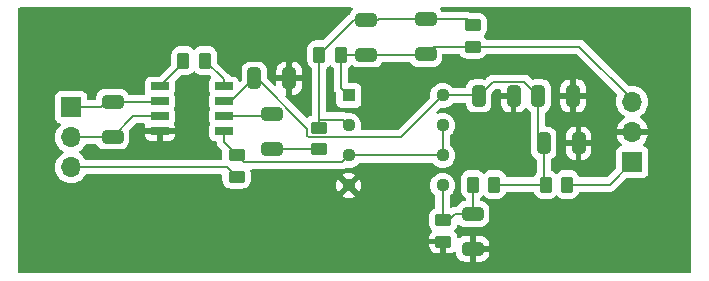
<source format=gbr>
%TF.GenerationSoftware,KiCad,Pcbnew,8.0.2*%
%TF.CreationDate,2024-07-10T18:46:51-04:00*%
%TF.ProjectId,EMGs,454d4773-2e6b-4696-9361-645f70636258,rev?*%
%TF.SameCoordinates,Original*%
%TF.FileFunction,Copper,L1,Top*%
%TF.FilePolarity,Positive*%
%FSLAX46Y46*%
G04 Gerber Fmt 4.6, Leading zero omitted, Abs format (unit mm)*
G04 Created by KiCad (PCBNEW 8.0.2) date 2024-07-10 18:46:51*
%MOMM*%
%LPD*%
G01*
G04 APERTURE LIST*
G04 Aperture macros list*
%AMRoundRect*
0 Rectangle with rounded corners*
0 $1 Rounding radius*
0 $2 $3 $4 $5 $6 $7 $8 $9 X,Y pos of 4 corners*
0 Add a 4 corners polygon primitive as box body*
4,1,4,$2,$3,$4,$5,$6,$7,$8,$9,$2,$3,0*
0 Add four circle primitives for the rounded corners*
1,1,$1+$1,$2,$3*
1,1,$1+$1,$4,$5*
1,1,$1+$1,$6,$7*
1,1,$1+$1,$8,$9*
0 Add four rect primitives between the rounded corners*
20,1,$1+$1,$2,$3,$4,$5,0*
20,1,$1+$1,$4,$5,$6,$7,0*
20,1,$1+$1,$6,$7,$8,$9,0*
20,1,$1+$1,$8,$9,$2,$3,0*%
G04 Aperture macros list end*
%TA.AperFunction,ComponentPad*%
%ADD10R,1.130000X1.130000*%
%TD*%
%TA.AperFunction,ComponentPad*%
%ADD11C,1.130000*%
%TD*%
%TA.AperFunction,SMDPad,CuDef*%
%ADD12RoundRect,0.250000X-0.325000X-0.650000X0.325000X-0.650000X0.325000X0.650000X-0.325000X0.650000X0*%
%TD*%
%TA.AperFunction,SMDPad,CuDef*%
%ADD13RoundRect,0.250000X-0.650000X0.325000X-0.650000X-0.325000X0.650000X-0.325000X0.650000X0.325000X0*%
%TD*%
%TA.AperFunction,SMDPad,CuDef*%
%ADD14RoundRect,0.250000X0.450000X-0.262500X0.450000X0.262500X-0.450000X0.262500X-0.450000X-0.262500X0*%
%TD*%
%TA.AperFunction,SMDPad,CuDef*%
%ADD15RoundRect,0.250000X0.650000X-0.325000X0.650000X0.325000X-0.650000X0.325000X-0.650000X-0.325000X0*%
%TD*%
%TA.AperFunction,SMDPad,CuDef*%
%ADD16RoundRect,0.250000X0.262500X0.450000X-0.262500X0.450000X-0.262500X-0.450000X0.262500X-0.450000X0*%
%TD*%
%TA.AperFunction,ComponentPad*%
%ADD17R,1.700000X1.700000*%
%TD*%
%TA.AperFunction,ComponentPad*%
%ADD18O,1.700000X1.700000*%
%TD*%
%TA.AperFunction,SMDPad,CuDef*%
%ADD19RoundRect,0.250000X-0.262500X-0.450000X0.262500X-0.450000X0.262500X0.450000X-0.262500X0.450000X0*%
%TD*%
%TA.AperFunction,SMDPad,CuDef*%
%ADD20R,1.528000X0.650000*%
%TD*%
%TA.AperFunction,ViaPad*%
%ADD21C,0.600000*%
%TD*%
%TA.AperFunction,Conductor*%
%ADD22C,0.200000*%
%TD*%
G04 APERTURE END LIST*
D10*
X151500000Y-91460000D03*
D11*
X151500000Y-94000000D03*
X151500000Y-96540000D03*
X151500000Y-99080000D03*
X159440000Y-99080000D03*
X159440000Y-96540000D03*
X159440000Y-94000000D03*
X159440000Y-91460000D03*
D12*
X167550000Y-91500000D03*
X170500000Y-91500000D03*
X162500000Y-91500000D03*
X165450000Y-91500000D03*
X168000000Y-95500000D03*
X170950000Y-95500000D03*
D13*
X153000000Y-85050000D03*
X153000000Y-88000000D03*
D14*
X159500000Y-103825000D03*
X159500000Y-102000000D03*
D15*
X158000000Y-87950000D03*
X158000000Y-85000000D03*
D14*
X162000000Y-87325000D03*
X162000000Y-85500000D03*
D16*
X139325000Y-88500000D03*
X137500000Y-88500000D03*
D17*
X175500000Y-97080000D03*
D18*
X175500000Y-94540000D03*
X175500000Y-92000000D03*
D14*
X149000000Y-96000000D03*
X149000000Y-94175000D03*
D13*
X145000000Y-93050000D03*
X145000000Y-96000000D03*
D19*
X162000000Y-99000000D03*
X163825000Y-99000000D03*
D12*
X143500000Y-90000000D03*
X146450000Y-90000000D03*
D14*
X142000000Y-98325000D03*
X142000000Y-96500000D03*
D13*
X131500000Y-92000000D03*
X131500000Y-94950000D03*
D19*
X168175000Y-99000000D03*
X170000000Y-99000000D03*
X149000000Y-88000000D03*
X150825000Y-88000000D03*
D13*
X162000000Y-101500000D03*
X162000000Y-104450000D03*
D20*
X135500000Y-90690000D03*
X135500000Y-91960000D03*
X135500000Y-93230000D03*
X135500000Y-94500000D03*
X140922000Y-94500000D03*
X140922000Y-93230000D03*
X140922000Y-91960000D03*
X140922000Y-90690000D03*
D17*
X128000000Y-92460000D03*
D18*
X128000000Y-95000000D03*
X128000000Y-97540000D03*
D21*
X137000000Y-100000000D03*
X135500000Y-95500000D03*
X171500000Y-91500000D03*
X179500000Y-85000000D03*
X165500000Y-93000000D03*
X124500000Y-104000000D03*
X158000000Y-104000000D03*
X146500000Y-88500000D03*
X172000000Y-95500000D03*
X150000000Y-99000000D03*
X124500000Y-85500000D03*
X163500000Y-104500000D03*
X155000000Y-93500000D03*
X166000000Y-86000000D03*
X174000000Y-88500000D03*
X174000000Y-94000000D03*
X179000000Y-105000000D03*
D22*
X130540000Y-92460000D02*
X128000000Y-92460000D01*
X131000000Y-92000000D02*
X130540000Y-92460000D01*
X131500000Y-92000000D02*
X131000000Y-92000000D01*
X131000000Y-95000000D02*
X128000000Y-95000000D01*
X131500000Y-94950000D02*
X131050000Y-94950000D01*
X131050000Y-94950000D02*
X131000000Y-95000000D01*
X141215000Y-97540000D02*
X142000000Y-98325000D01*
X128000000Y-97540000D02*
X141215000Y-97540000D01*
X135460000Y-92000000D02*
X135500000Y-91960000D01*
X131500000Y-92000000D02*
X135460000Y-92000000D01*
X131500000Y-94950000D02*
X133220000Y-93230000D01*
X133220000Y-93230000D02*
X135500000Y-93230000D01*
X170000000Y-99000000D02*
X173580000Y-99000000D01*
X173580000Y-99000000D02*
X175500000Y-97080000D01*
X140922000Y-93230000D02*
X144820000Y-93230000D01*
X144820000Y-93230000D02*
X145000000Y-93050000D01*
X158625000Y-87325000D02*
X158000000Y-87950000D01*
X153000000Y-88000000D02*
X157950000Y-88000000D01*
X157950000Y-88000000D02*
X158000000Y-87950000D01*
X150825000Y-88000000D02*
X153000000Y-88000000D01*
X150825000Y-88000000D02*
X150825000Y-90785000D01*
X150825000Y-90785000D02*
X151500000Y-91460000D01*
X162000000Y-87325000D02*
X171025000Y-87325000D01*
X162000000Y-87325000D02*
X158625000Y-87325000D01*
X171025000Y-87325000D02*
X175500000Y-91800000D01*
X143500000Y-90000000D02*
X143709744Y-90000000D01*
X163700000Y-90300000D02*
X166350000Y-90300000D01*
X141540000Y-91960000D02*
X143500000Y-90000000D01*
X162460000Y-91460000D02*
X162500000Y-91500000D01*
X148000000Y-94872244D02*
X148127756Y-95000000D01*
X162500000Y-91500000D02*
X163700000Y-90300000D01*
X168175000Y-99000000D02*
X163825000Y-99000000D01*
X166350000Y-90300000D02*
X167550000Y-91500000D01*
X167550000Y-91500000D02*
X167550000Y-95050000D01*
X143709744Y-90000000D02*
X148000000Y-94290256D01*
X140922000Y-91960000D02*
X141540000Y-91960000D01*
X168000000Y-98825000D02*
X168175000Y-99000000D01*
X167550000Y-95050000D02*
X168000000Y-95500000D01*
X148127756Y-95000000D02*
X155900000Y-95000000D01*
X168000000Y-95500000D02*
X168000000Y-98825000D01*
X155900000Y-95000000D02*
X159440000Y-91460000D01*
X148000000Y-94290256D02*
X148000000Y-94872244D01*
X159440000Y-91460000D02*
X162460000Y-91460000D01*
X159440000Y-94000000D02*
X159440000Y-96540000D01*
X142000000Y-96500000D02*
X142605000Y-97105000D01*
X150935000Y-97105000D02*
X151500000Y-96540000D01*
X140922000Y-95422000D02*
X142000000Y-96500000D01*
X140922000Y-94500000D02*
X140922000Y-95422000D01*
X142605000Y-97105000D02*
X150935000Y-97105000D01*
X151500000Y-96540000D02*
X159440000Y-96540000D01*
X145000000Y-96000000D02*
X149000000Y-96000000D01*
X153000000Y-85050000D02*
X153950000Y-85050000D01*
X153000000Y-85050000D02*
X151950000Y-85050000D01*
X154000000Y-85000000D02*
X158000000Y-85000000D01*
X151000000Y-93500000D02*
X151500000Y-94000000D01*
X153950000Y-85050000D02*
X154000000Y-85000000D01*
X161500000Y-85000000D02*
X162000000Y-85500000D01*
X158000000Y-85000000D02*
X161500000Y-85000000D01*
X149000000Y-94175000D02*
X149000000Y-93500000D01*
X149000000Y-88000000D02*
X149000000Y-93500000D01*
X151950000Y-85050000D02*
X149000000Y-88000000D01*
X149000000Y-93500000D02*
X151000000Y-93500000D01*
X159500000Y-102000000D02*
X160000000Y-102000000D01*
X160500000Y-101500000D02*
X162000000Y-101500000D01*
X160000000Y-102000000D02*
X160500000Y-101500000D01*
X159440000Y-101940000D02*
X159500000Y-102000000D01*
X159440000Y-99080000D02*
X159440000Y-101940000D01*
X162000000Y-101500000D02*
X162000000Y-99000000D01*
X140922000Y-90097000D02*
X140922000Y-90690000D01*
X139325000Y-88500000D02*
X140922000Y-90097000D01*
X135500000Y-90690000D02*
X137400000Y-88790000D01*
X137400000Y-88790000D02*
X137400000Y-88500000D01*
%TA.AperFunction,Conductor*%
G36*
X151780809Y-84020185D02*
G01*
X151826564Y-84072989D01*
X151836508Y-84142147D01*
X151807483Y-84205703D01*
X151801451Y-84212181D01*
X151757289Y-84256342D01*
X151665184Y-84405668D01*
X151632750Y-84503546D01*
X151592977Y-84560990D01*
X151586997Y-84565095D01*
X151581286Y-84569477D01*
X151525383Y-84625380D01*
X151469480Y-84681284D01*
X151469478Y-84681286D01*
X149387582Y-86763181D01*
X149326259Y-86796666D01*
X149299901Y-86799500D01*
X148687498Y-86799500D01*
X148687480Y-86799501D01*
X148584703Y-86810000D01*
X148584700Y-86810001D01*
X148418168Y-86865185D01*
X148418163Y-86865187D01*
X148268842Y-86957289D01*
X148144789Y-87081342D01*
X148052687Y-87230663D01*
X148052686Y-87230666D01*
X147997501Y-87397203D01*
X147997501Y-87397204D01*
X147997500Y-87397204D01*
X147987000Y-87499983D01*
X147987000Y-88500001D01*
X147987001Y-88500019D01*
X147997500Y-88602796D01*
X147997501Y-88602799D01*
X148018175Y-88665187D01*
X148052686Y-88769334D01*
X148144788Y-88918656D01*
X148268844Y-89042712D01*
X148340596Y-89086968D01*
X148387321Y-89138915D01*
X148399500Y-89192507D01*
X148399500Y-93082199D01*
X148379815Y-93149238D01*
X148327011Y-93194993D01*
X148314507Y-93199903D01*
X148307128Y-93202349D01*
X148230668Y-93227685D01*
X148230663Y-93227687D01*
X148081339Y-93319791D01*
X148067731Y-93333399D01*
X148006406Y-93366881D01*
X147936714Y-93361892D01*
X147892373Y-93333394D01*
X146167170Y-91608191D01*
X146133685Y-91546868D01*
X146138669Y-91477176D01*
X146167170Y-91432829D01*
X146200000Y-91399999D01*
X146700000Y-91399999D01*
X146824972Y-91399999D01*
X146824986Y-91399998D01*
X146927697Y-91389505D01*
X147094119Y-91334358D01*
X147094124Y-91334356D01*
X147243345Y-91242315D01*
X147367315Y-91118345D01*
X147459356Y-90969124D01*
X147459358Y-90969119D01*
X147514505Y-90802697D01*
X147514506Y-90802690D01*
X147524999Y-90699986D01*
X147525000Y-90699973D01*
X147525000Y-90250000D01*
X146700000Y-90250000D01*
X146700000Y-91399999D01*
X146200000Y-91399999D01*
X146200000Y-90250000D01*
X145375001Y-90250000D01*
X145375001Y-90516660D01*
X145355316Y-90583699D01*
X145302512Y-90629454D01*
X145233354Y-90639398D01*
X145169798Y-90610373D01*
X145163320Y-90604341D01*
X144611818Y-90052839D01*
X144578333Y-89991516D01*
X144575499Y-89965158D01*
X144575499Y-89300013D01*
X145375000Y-89300013D01*
X145375000Y-89750000D01*
X146200000Y-89750000D01*
X146700000Y-89750000D01*
X147524999Y-89750000D01*
X147524999Y-89300028D01*
X147524998Y-89300013D01*
X147514505Y-89197302D01*
X147459358Y-89030880D01*
X147459356Y-89030875D01*
X147367315Y-88881654D01*
X147243345Y-88757684D01*
X147094124Y-88665643D01*
X147094119Y-88665641D01*
X146927697Y-88610494D01*
X146927690Y-88610493D01*
X146824986Y-88600000D01*
X146700000Y-88600000D01*
X146700000Y-89750000D01*
X146200000Y-89750000D01*
X146200000Y-88600000D01*
X146075027Y-88600000D01*
X146075012Y-88600001D01*
X145972302Y-88610494D01*
X145805880Y-88665641D01*
X145805875Y-88665643D01*
X145656654Y-88757684D01*
X145532684Y-88881654D01*
X145440643Y-89030875D01*
X145440641Y-89030880D01*
X145385494Y-89197302D01*
X145385493Y-89197309D01*
X145375000Y-89300013D01*
X144575499Y-89300013D01*
X144575499Y-89299998D01*
X144575498Y-89299981D01*
X144564999Y-89197203D01*
X144564998Y-89197200D01*
X144528470Y-89086967D01*
X144509814Y-89030666D01*
X144417712Y-88881344D01*
X144293656Y-88757288D01*
X144144334Y-88665186D01*
X143977797Y-88610001D01*
X143977795Y-88610000D01*
X143875010Y-88599500D01*
X143124998Y-88599500D01*
X143124980Y-88599501D01*
X143022203Y-88610000D01*
X143022200Y-88610001D01*
X142855668Y-88665185D01*
X142855663Y-88665187D01*
X142706342Y-88757289D01*
X142582289Y-88881342D01*
X142490187Y-89030663D01*
X142490185Y-89030668D01*
X142486194Y-89042712D01*
X142435001Y-89197203D01*
X142435001Y-89197204D01*
X142435000Y-89197204D01*
X142424500Y-89299983D01*
X142424500Y-90174901D01*
X142404815Y-90241940D01*
X142388181Y-90262582D01*
X142374431Y-90276332D01*
X142313108Y-90309817D01*
X142243416Y-90304833D01*
X142187483Y-90262961D01*
X142170568Y-90231984D01*
X142129797Y-90122671D01*
X142129793Y-90122664D01*
X142043547Y-90007455D01*
X142043544Y-90007452D01*
X141928335Y-89921206D01*
X141928328Y-89921202D01*
X141793482Y-89870908D01*
X141793483Y-89870908D01*
X141733883Y-89864501D01*
X141733881Y-89864500D01*
X141733873Y-89864500D01*
X141733865Y-89864500D01*
X141552755Y-89864500D01*
X141485716Y-89844815D01*
X141445367Y-89802499D01*
X141402521Y-89728285D01*
X141286385Y-89612149D01*
X141286374Y-89612139D01*
X140374318Y-88700083D01*
X140340833Y-88638760D01*
X140337999Y-88612402D01*
X140337999Y-87999998D01*
X140337998Y-87999981D01*
X140327499Y-87897203D01*
X140327498Y-87897200D01*
X140272314Y-87730666D01*
X140180212Y-87581344D01*
X140056156Y-87457288D01*
X139906834Y-87365186D01*
X139740297Y-87310001D01*
X139740295Y-87310000D01*
X139637510Y-87299500D01*
X139012498Y-87299500D01*
X139012480Y-87299501D01*
X138909703Y-87310000D01*
X138909700Y-87310001D01*
X138743168Y-87365185D01*
X138743163Y-87365187D01*
X138593842Y-87457289D01*
X138500181Y-87550951D01*
X138438858Y-87584436D01*
X138369166Y-87579452D01*
X138324819Y-87550951D01*
X138231157Y-87457289D01*
X138231156Y-87457288D01*
X138081834Y-87365186D01*
X137915297Y-87310001D01*
X137915295Y-87310000D01*
X137812510Y-87299500D01*
X137187498Y-87299500D01*
X137187480Y-87299501D01*
X137084703Y-87310000D01*
X137084700Y-87310001D01*
X136918168Y-87365185D01*
X136918163Y-87365187D01*
X136768842Y-87457289D01*
X136644789Y-87581342D01*
X136552687Y-87730663D01*
X136552686Y-87730666D01*
X136497501Y-87897203D01*
X136497501Y-87897204D01*
X136497500Y-87897204D01*
X136487000Y-87999983D01*
X136487000Y-88802401D01*
X136467315Y-88869440D01*
X136450681Y-88890082D01*
X135512582Y-89828181D01*
X135451259Y-89861666D01*
X135424901Y-89864500D01*
X134688129Y-89864500D01*
X134688123Y-89864501D01*
X134628516Y-89870908D01*
X134493671Y-89921202D01*
X134493664Y-89921206D01*
X134378455Y-90007452D01*
X134378452Y-90007455D01*
X134292206Y-90122664D01*
X134292202Y-90122671D01*
X134241994Y-90257288D01*
X134241909Y-90257517D01*
X134235500Y-90317127D01*
X134235500Y-90317134D01*
X134235500Y-90317135D01*
X134235500Y-91062870D01*
X134235501Y-91062876D01*
X134241908Y-91122483D01*
X134282818Y-91232167D01*
X134287802Y-91301859D01*
X134254317Y-91363182D01*
X134192993Y-91396666D01*
X134166636Y-91399500D01*
X132931058Y-91399500D01*
X132864019Y-91379815D01*
X132825519Y-91340597D01*
X132810534Y-91316302D01*
X132742712Y-91206344D01*
X132618656Y-91082288D01*
X132469334Y-90990186D01*
X132302797Y-90935001D01*
X132302795Y-90935000D01*
X132200010Y-90924500D01*
X130799998Y-90924500D01*
X130799981Y-90924501D01*
X130697203Y-90935000D01*
X130697200Y-90935001D01*
X130530668Y-90990185D01*
X130530663Y-90990187D01*
X130381342Y-91082289D01*
X130257289Y-91206342D01*
X130165187Y-91355663D01*
X130165185Y-91355668D01*
X130157184Y-91379815D01*
X130110001Y-91522203D01*
X130110001Y-91522204D01*
X130110000Y-91522204D01*
X130099500Y-91624983D01*
X130099500Y-91735500D01*
X130079815Y-91802539D01*
X130027011Y-91848294D01*
X129975500Y-91859500D01*
X129474499Y-91859500D01*
X129407460Y-91839815D01*
X129361705Y-91787011D01*
X129350499Y-91735500D01*
X129350499Y-91562129D01*
X129350498Y-91562123D01*
X129350497Y-91562116D01*
X129344091Y-91502517D01*
X129334639Y-91477176D01*
X129293797Y-91367671D01*
X129293793Y-91367664D01*
X129207547Y-91252455D01*
X129207544Y-91252452D01*
X129092335Y-91166206D01*
X129092328Y-91166202D01*
X128957482Y-91115908D01*
X128957483Y-91115908D01*
X128897883Y-91109501D01*
X128897881Y-91109500D01*
X128897873Y-91109500D01*
X128897864Y-91109500D01*
X127102129Y-91109500D01*
X127102123Y-91109501D01*
X127042516Y-91115908D01*
X126907671Y-91166202D01*
X126907664Y-91166206D01*
X126792455Y-91252452D01*
X126792452Y-91252455D01*
X126706206Y-91367664D01*
X126706202Y-91367671D01*
X126655908Y-91502517D01*
X126649501Y-91562116D01*
X126649501Y-91562123D01*
X126649500Y-91562135D01*
X126649500Y-93357870D01*
X126649501Y-93357876D01*
X126655908Y-93417483D01*
X126706202Y-93552328D01*
X126706206Y-93552335D01*
X126792452Y-93667544D01*
X126792455Y-93667547D01*
X126907664Y-93753793D01*
X126907671Y-93753797D01*
X127039081Y-93802810D01*
X127095015Y-93844681D01*
X127119432Y-93910145D01*
X127104580Y-93978418D01*
X127083430Y-94006673D01*
X126961503Y-94128600D01*
X126825965Y-94322169D01*
X126825964Y-94322171D01*
X126726098Y-94536335D01*
X126726094Y-94536344D01*
X126664938Y-94764586D01*
X126664936Y-94764596D01*
X126644341Y-94999999D01*
X126644341Y-95000000D01*
X126664936Y-95235403D01*
X126664938Y-95235413D01*
X126726094Y-95463655D01*
X126726096Y-95463659D01*
X126726097Y-95463663D01*
X126816467Y-95657461D01*
X126825965Y-95677830D01*
X126825967Y-95677834D01*
X126961501Y-95871395D01*
X126961506Y-95871402D01*
X127128597Y-96038493D01*
X127128603Y-96038498D01*
X127314158Y-96168425D01*
X127357783Y-96223002D01*
X127364977Y-96292500D01*
X127333454Y-96354855D01*
X127314158Y-96371575D01*
X127128597Y-96501505D01*
X126961505Y-96668597D01*
X126825965Y-96862169D01*
X126825964Y-96862171D01*
X126726098Y-97076335D01*
X126726094Y-97076344D01*
X126664938Y-97304586D01*
X126664936Y-97304596D01*
X126644341Y-97539999D01*
X126644341Y-97540000D01*
X126664936Y-97775403D01*
X126664938Y-97775413D01*
X126726094Y-98003655D01*
X126726096Y-98003659D01*
X126726097Y-98003663D01*
X126823293Y-98212099D01*
X126825965Y-98217830D01*
X126825967Y-98217834D01*
X126874781Y-98287547D01*
X126961505Y-98411401D01*
X127128599Y-98578495D01*
X127212868Y-98637501D01*
X127322165Y-98714032D01*
X127322167Y-98714033D01*
X127322170Y-98714035D01*
X127536337Y-98813903D01*
X127764592Y-98875063D01*
X127952918Y-98891539D01*
X127999999Y-98895659D01*
X128000000Y-98895659D01*
X128000001Y-98895659D01*
X128039234Y-98892226D01*
X128235408Y-98875063D01*
X128463663Y-98813903D01*
X128677830Y-98714035D01*
X128871401Y-98578495D01*
X129038495Y-98411401D01*
X129174035Y-98217830D01*
X129176707Y-98212097D01*
X129222878Y-98159658D01*
X129289091Y-98140500D01*
X140675500Y-98140500D01*
X140742539Y-98160185D01*
X140788294Y-98212989D01*
X140799500Y-98264500D01*
X140799500Y-98637501D01*
X140799501Y-98637519D01*
X140810000Y-98740296D01*
X140810001Y-98740299D01*
X140853386Y-98871225D01*
X140865186Y-98906834D01*
X140957288Y-99056156D01*
X141081344Y-99180212D01*
X141230666Y-99272314D01*
X141397203Y-99327499D01*
X141499991Y-99338000D01*
X142500008Y-99337999D01*
X142500016Y-99337998D01*
X142500019Y-99337998D01*
X142556302Y-99332248D01*
X142602797Y-99327499D01*
X142769334Y-99272314D01*
X142918656Y-99180212D01*
X143018868Y-99080000D01*
X150429847Y-99080000D01*
X150450409Y-99288774D01*
X150511309Y-99489534D01*
X150589892Y-99636552D01*
X150589893Y-99636552D01*
X151135000Y-99091446D01*
X151135000Y-99128053D01*
X151159874Y-99220885D01*
X151207927Y-99304116D01*
X151275884Y-99372073D01*
X151359115Y-99420126D01*
X151451947Y-99445000D01*
X151488553Y-99445000D01*
X150943445Y-99990106D01*
X151090465Y-100068690D01*
X151291227Y-100129590D01*
X151291223Y-100129590D01*
X151500000Y-100150152D01*
X151708774Y-100129590D01*
X151909532Y-100068690D01*
X152056553Y-99990105D01*
X151511448Y-99445000D01*
X151548053Y-99445000D01*
X151640885Y-99420126D01*
X151724116Y-99372073D01*
X151792073Y-99304116D01*
X151840126Y-99220885D01*
X151865000Y-99128053D01*
X151865000Y-99091447D01*
X152410105Y-99636552D01*
X152488690Y-99489532D01*
X152549590Y-99288774D01*
X152570152Y-99080000D01*
X152549590Y-98871225D01*
X152488690Y-98670465D01*
X152410106Y-98523445D01*
X151865000Y-99068551D01*
X151865000Y-99031947D01*
X151840126Y-98939115D01*
X151792073Y-98855884D01*
X151724116Y-98787927D01*
X151640885Y-98739874D01*
X151548053Y-98715000D01*
X151511448Y-98715000D01*
X152056552Y-98169893D01*
X152056552Y-98169892D01*
X151909534Y-98091309D01*
X151708772Y-98030409D01*
X151708776Y-98030409D01*
X151500000Y-98009847D01*
X151291225Y-98030409D01*
X151090471Y-98091307D01*
X150943446Y-98169893D01*
X151488553Y-98715000D01*
X151451947Y-98715000D01*
X151359115Y-98739874D01*
X151275884Y-98787927D01*
X151207927Y-98855884D01*
X151159874Y-98939115D01*
X151135000Y-99031947D01*
X151135000Y-99068552D01*
X150589893Y-98523446D01*
X150511307Y-98670471D01*
X150450409Y-98871225D01*
X150429847Y-99080000D01*
X143018868Y-99080000D01*
X143042712Y-99056156D01*
X143134814Y-98906834D01*
X143189999Y-98740297D01*
X143200500Y-98637509D01*
X143200499Y-98012492D01*
X143189999Y-97909703D01*
X143176346Y-97868503D01*
X143173945Y-97798676D01*
X143209676Y-97738634D01*
X143272197Y-97707441D01*
X143294053Y-97705500D01*
X150848331Y-97705500D01*
X150848347Y-97705501D01*
X150855943Y-97705501D01*
X151014054Y-97705501D01*
X151014057Y-97705501D01*
X151166785Y-97664577D01*
X151216900Y-97635640D01*
X151216904Y-97635640D01*
X151216904Y-97635639D01*
X151260626Y-97610396D01*
X151328525Y-97593925D01*
X151334774Y-97594381D01*
X151500000Y-97610655D01*
X151708874Y-97590083D01*
X151909722Y-97529156D01*
X152094824Y-97430217D01*
X152257067Y-97297067D01*
X152348353Y-97185834D01*
X152406098Y-97146501D01*
X152444206Y-97140500D01*
X158495794Y-97140500D01*
X158562833Y-97160185D01*
X158591647Y-97185835D01*
X158682932Y-97297067D01*
X158845174Y-97430216D01*
X158845181Y-97430220D01*
X159030276Y-97529155D01*
X159030278Y-97529156D01*
X159231126Y-97590083D01*
X159440000Y-97610655D01*
X159648874Y-97590083D01*
X159849722Y-97529156D01*
X160034824Y-97430217D01*
X160197067Y-97297067D01*
X160330217Y-97134824D01*
X160429156Y-96949722D01*
X160490083Y-96748874D01*
X160510655Y-96540000D01*
X160490083Y-96331126D01*
X160429156Y-96130278D01*
X160352930Y-95987669D01*
X160330220Y-95945181D01*
X160330216Y-95945174D01*
X160197067Y-95782932D01*
X160085835Y-95691646D01*
X160046501Y-95633900D01*
X160040500Y-95595793D01*
X160040500Y-94944205D01*
X160060185Y-94877166D01*
X160085833Y-94848353D01*
X160197067Y-94757067D01*
X160330217Y-94594824D01*
X160429156Y-94409722D01*
X160490083Y-94208874D01*
X160510655Y-94000000D01*
X160490083Y-93791126D01*
X160429156Y-93590278D01*
X160338716Y-93421076D01*
X160330220Y-93405181D01*
X160330216Y-93405174D01*
X160197067Y-93242932D01*
X160034825Y-93109783D01*
X160034818Y-93109779D01*
X159849723Y-93010844D01*
X159648876Y-92949917D01*
X159440000Y-92929345D01*
X159231127Y-92949916D01*
X159085010Y-92994241D01*
X159015143Y-92994864D01*
X158956031Y-92957616D01*
X158926440Y-92894322D01*
X158935765Y-92825077D01*
X158961331Y-92787902D01*
X159196963Y-92552270D01*
X159258284Y-92518787D01*
X159296793Y-92516550D01*
X159440000Y-92530655D01*
X159648874Y-92510083D01*
X159849722Y-92449156D01*
X160034824Y-92350217D01*
X160197067Y-92217067D01*
X160288353Y-92105834D01*
X160346098Y-92066501D01*
X160384206Y-92060500D01*
X161300501Y-92060500D01*
X161367540Y-92080185D01*
X161413295Y-92132989D01*
X161424501Y-92184500D01*
X161424501Y-92200018D01*
X161435000Y-92302796D01*
X161435001Y-92302799D01*
X161490185Y-92469331D01*
X161490187Y-92469336D01*
X161519309Y-92516550D01*
X161582288Y-92618656D01*
X161706344Y-92742712D01*
X161855666Y-92834814D01*
X162022203Y-92889999D01*
X162124991Y-92900500D01*
X162875008Y-92900499D01*
X162875016Y-92900498D01*
X162875019Y-92900498D01*
X162935477Y-92894322D01*
X162977797Y-92889999D01*
X163144334Y-92834814D01*
X163293656Y-92742712D01*
X163417712Y-92618656D01*
X163509814Y-92469334D01*
X163564999Y-92302797D01*
X163575500Y-92200009D01*
X163575500Y-92199986D01*
X164375001Y-92199986D01*
X164385494Y-92302697D01*
X164440641Y-92469119D01*
X164440643Y-92469124D01*
X164532684Y-92618345D01*
X164656654Y-92742315D01*
X164805875Y-92834356D01*
X164805880Y-92834358D01*
X164972302Y-92889505D01*
X164972309Y-92889506D01*
X165075019Y-92899999D01*
X165199999Y-92899999D01*
X165200000Y-92899998D01*
X165200000Y-91750000D01*
X164375001Y-91750000D01*
X164375001Y-92199986D01*
X163575500Y-92199986D01*
X163575499Y-91325096D01*
X163595183Y-91258058D01*
X163611818Y-91237416D01*
X163912416Y-90936819D01*
X163973739Y-90903334D01*
X164000097Y-90900500D01*
X164251000Y-90900500D01*
X164318039Y-90920185D01*
X164363794Y-90972989D01*
X164375000Y-91024500D01*
X164375000Y-91250000D01*
X165576000Y-91250000D01*
X165643039Y-91269685D01*
X165688794Y-91322489D01*
X165700000Y-91374000D01*
X165700000Y-92899999D01*
X165824972Y-92899999D01*
X165824986Y-92899998D01*
X165927697Y-92889505D01*
X166094119Y-92834358D01*
X166094124Y-92834356D01*
X166243345Y-92742315D01*
X166367316Y-92618344D01*
X166367320Y-92618339D01*
X166394167Y-92574813D01*
X166446114Y-92528087D01*
X166515076Y-92516864D01*
X166579159Y-92544707D01*
X166605245Y-92574812D01*
X166632095Y-92618344D01*
X166632288Y-92618656D01*
X166756344Y-92742712D01*
X166890597Y-92825519D01*
X166937321Y-92877465D01*
X166949500Y-92931057D01*
X166949500Y-94633437D01*
X166943206Y-94672441D01*
X166935001Y-94697201D01*
X166924500Y-94799983D01*
X166924500Y-96200001D01*
X166924501Y-96200018D01*
X166935000Y-96302796D01*
X166935001Y-96302799D01*
X166972280Y-96415297D01*
X166990186Y-96469334D01*
X167082288Y-96618656D01*
X167206344Y-96742712D01*
X167340597Y-96825519D01*
X167387321Y-96877465D01*
X167399500Y-96931057D01*
X167399500Y-97950270D01*
X167379815Y-98017309D01*
X167363181Y-98037951D01*
X167319789Y-98081342D01*
X167227687Y-98230663D01*
X167227685Y-98230668D01*
X167210688Y-98281962D01*
X167208838Y-98287547D01*
X167199905Y-98314504D01*
X167160132Y-98371949D01*
X167095616Y-98398772D01*
X167082199Y-98399500D01*
X164917801Y-98399500D01*
X164850762Y-98379815D01*
X164805007Y-98327011D01*
X164800095Y-98314504D01*
X164772314Y-98230666D01*
X164680212Y-98081344D01*
X164556156Y-97957288D01*
X164406834Y-97865186D01*
X164240297Y-97810001D01*
X164240295Y-97810000D01*
X164137510Y-97799500D01*
X163512498Y-97799500D01*
X163512480Y-97799501D01*
X163409703Y-97810000D01*
X163409700Y-97810001D01*
X163243168Y-97865185D01*
X163243163Y-97865187D01*
X163093842Y-97957289D01*
X163000181Y-98050951D01*
X162938858Y-98084436D01*
X162869166Y-98079452D01*
X162824819Y-98050951D01*
X162731157Y-97957289D01*
X162731156Y-97957288D01*
X162581834Y-97865186D01*
X162415297Y-97810001D01*
X162415295Y-97810000D01*
X162312510Y-97799500D01*
X161687498Y-97799500D01*
X161687480Y-97799501D01*
X161584703Y-97810000D01*
X161584700Y-97810001D01*
X161418168Y-97865185D01*
X161418163Y-97865187D01*
X161268842Y-97957289D01*
X161144789Y-98081342D01*
X161052687Y-98230663D01*
X161052685Y-98230668D01*
X161033838Y-98287544D01*
X160997501Y-98397203D01*
X160997501Y-98397204D01*
X160997500Y-98397204D01*
X160987000Y-98499983D01*
X160987000Y-99500001D01*
X160987001Y-99500019D01*
X160997500Y-99602796D01*
X160997501Y-99602799D01*
X161052685Y-99769331D01*
X161052686Y-99769334D01*
X161144788Y-99918656D01*
X161268844Y-100042712D01*
X161340596Y-100086968D01*
X161387321Y-100138915D01*
X161399500Y-100192507D01*
X161399500Y-100302357D01*
X161379815Y-100369396D01*
X161327011Y-100415151D01*
X161288102Y-100425715D01*
X161197202Y-100435001D01*
X161197200Y-100435001D01*
X161030668Y-100490185D01*
X161030663Y-100490187D01*
X160881342Y-100582289D01*
X160757287Y-100706344D01*
X160674482Y-100840595D01*
X160622534Y-100887320D01*
X160568943Y-100899499D01*
X160420943Y-100899499D01*
X160319125Y-100926781D01*
X160268215Y-100940423D01*
X160226499Y-100964508D01*
X160158598Y-100980979D01*
X160092572Y-100958127D01*
X160049382Y-100903205D01*
X160040500Y-100857120D01*
X160040500Y-100024205D01*
X160060185Y-99957166D01*
X160085833Y-99928353D01*
X160197067Y-99837067D01*
X160330217Y-99674824D01*
X160429156Y-99489722D01*
X160490083Y-99288874D01*
X160510655Y-99080000D01*
X160490083Y-98871126D01*
X160429156Y-98670278D01*
X160338136Y-98499991D01*
X160330220Y-98485181D01*
X160330216Y-98485174D01*
X160197067Y-98322932D01*
X160034825Y-98189783D01*
X160034818Y-98189779D01*
X159849723Y-98090844D01*
X159648876Y-98029917D01*
X159440000Y-98009345D01*
X159231123Y-98029917D01*
X159030276Y-98090844D01*
X158845181Y-98189779D01*
X158845174Y-98189783D01*
X158682932Y-98322932D01*
X158549783Y-98485174D01*
X158549779Y-98485181D01*
X158450844Y-98670276D01*
X158389917Y-98871123D01*
X158369345Y-99080000D01*
X158389917Y-99288876D01*
X158450844Y-99489723D01*
X158549779Y-99674818D01*
X158549783Y-99674825D01*
X158682932Y-99837066D01*
X158682933Y-99837067D01*
X158794165Y-99928352D01*
X158833499Y-99986097D01*
X158839500Y-100024205D01*
X158839500Y-100927080D01*
X158819815Y-100994119D01*
X158767011Y-101039874D01*
X158754507Y-101044785D01*
X158730667Y-101052685D01*
X158581342Y-101144789D01*
X158457289Y-101268842D01*
X158365187Y-101418163D01*
X158365186Y-101418166D01*
X158310001Y-101584703D01*
X158310001Y-101584704D01*
X158310000Y-101584704D01*
X158299500Y-101687483D01*
X158299500Y-102312501D01*
X158299501Y-102312519D01*
X158310000Y-102415296D01*
X158310001Y-102415299D01*
X158365185Y-102581831D01*
X158365187Y-102581836D01*
X158457289Y-102731157D01*
X158551304Y-102825172D01*
X158584789Y-102886495D01*
X158579805Y-102956187D01*
X158551305Y-103000534D01*
X158457682Y-103094157D01*
X158365643Y-103243375D01*
X158365641Y-103243380D01*
X158310494Y-103409802D01*
X158310493Y-103409809D01*
X158300000Y-103512513D01*
X158300000Y-103575000D01*
X159626000Y-103575000D01*
X159693039Y-103594685D01*
X159738794Y-103647489D01*
X159750000Y-103699000D01*
X159750000Y-104837499D01*
X159999972Y-104837499D01*
X159999986Y-104837498D01*
X160102697Y-104827005D01*
X160269119Y-104771858D01*
X160269130Y-104771853D01*
X160410903Y-104684406D01*
X160478295Y-104665965D01*
X160544959Y-104686887D01*
X160589728Y-104740529D01*
X160600000Y-104789941D01*
X160600000Y-104824969D01*
X160600001Y-104824987D01*
X160610494Y-104927697D01*
X160665641Y-105094119D01*
X160665643Y-105094124D01*
X160757684Y-105243345D01*
X160881654Y-105367315D01*
X161030875Y-105459356D01*
X161030880Y-105459358D01*
X161197302Y-105514505D01*
X161197309Y-105514506D01*
X161300019Y-105524999D01*
X161749999Y-105524999D01*
X162250000Y-105524999D01*
X162699972Y-105524999D01*
X162699986Y-105524998D01*
X162802697Y-105514505D01*
X162969119Y-105459358D01*
X162969124Y-105459356D01*
X163118345Y-105367315D01*
X163242315Y-105243345D01*
X163334356Y-105094124D01*
X163334358Y-105094119D01*
X163389505Y-104927697D01*
X163389506Y-104927690D01*
X163399999Y-104824986D01*
X163400000Y-104824973D01*
X163400000Y-104700000D01*
X162250000Y-104700000D01*
X162250000Y-105524999D01*
X161749999Y-105524999D01*
X161750000Y-105524998D01*
X161750000Y-104200000D01*
X162250000Y-104200000D01*
X163399999Y-104200000D01*
X163399999Y-104075028D01*
X163399998Y-104075013D01*
X163389505Y-103972302D01*
X163334358Y-103805880D01*
X163334356Y-103805875D01*
X163242315Y-103656654D01*
X163118345Y-103532684D01*
X162969124Y-103440643D01*
X162969119Y-103440641D01*
X162802697Y-103385494D01*
X162802690Y-103385493D01*
X162699986Y-103375000D01*
X162250000Y-103375000D01*
X162250000Y-104200000D01*
X161750000Y-104200000D01*
X161750000Y-103375000D01*
X161300028Y-103375000D01*
X161300012Y-103375001D01*
X161197302Y-103385494D01*
X161030880Y-103440641D01*
X161030871Y-103440645D01*
X160881056Y-103533052D01*
X160813664Y-103551492D01*
X160747000Y-103530569D01*
X160702231Y-103476927D01*
X160692602Y-103440113D01*
X160689506Y-103409803D01*
X160634358Y-103243380D01*
X160634356Y-103243375D01*
X160542315Y-103094154D01*
X160448695Y-103000534D01*
X160415210Y-102939211D01*
X160420194Y-102869519D01*
X160448691Y-102825176D01*
X160542712Y-102731156D01*
X160634814Y-102581834D01*
X160673788Y-102464216D01*
X160713559Y-102406774D01*
X160778075Y-102379951D01*
X160846851Y-102392266D01*
X160879174Y-102415542D01*
X160881344Y-102417712D01*
X161030666Y-102509814D01*
X161197203Y-102564999D01*
X161299991Y-102575500D01*
X162700008Y-102575499D01*
X162802797Y-102564999D01*
X162969334Y-102509814D01*
X163118656Y-102417712D01*
X163242712Y-102293656D01*
X163334814Y-102144334D01*
X163389999Y-101977797D01*
X163400500Y-101875009D01*
X163400499Y-101124992D01*
X163389999Y-101022203D01*
X163334814Y-100855666D01*
X163242712Y-100706344D01*
X163118656Y-100582288D01*
X162969334Y-100490186D01*
X162802797Y-100435001D01*
X162802794Y-100435000D01*
X162711897Y-100425714D01*
X162647205Y-100399317D01*
X162607054Y-100342136D01*
X162600500Y-100302356D01*
X162600500Y-100192507D01*
X162620185Y-100125468D01*
X162659403Y-100086968D01*
X162731156Y-100042712D01*
X162824819Y-99949049D01*
X162886142Y-99915564D01*
X162955834Y-99920548D01*
X163000181Y-99949049D01*
X163093844Y-100042712D01*
X163243166Y-100134814D01*
X163409703Y-100189999D01*
X163512491Y-100200500D01*
X164137508Y-100200499D01*
X164137516Y-100200498D01*
X164137519Y-100200498D01*
X164215745Y-100192507D01*
X164240297Y-100189999D01*
X164406834Y-100134814D01*
X164556156Y-100042712D01*
X164680212Y-99918656D01*
X164772314Y-99769334D01*
X164800095Y-99685495D01*
X164839868Y-99628051D01*
X164904384Y-99601228D01*
X164917801Y-99600500D01*
X167082199Y-99600500D01*
X167149238Y-99620185D01*
X167194993Y-99672989D01*
X167199903Y-99685492D01*
X167227686Y-99769334D01*
X167319788Y-99918656D01*
X167443844Y-100042712D01*
X167593166Y-100134814D01*
X167759703Y-100189999D01*
X167862491Y-100200500D01*
X168487508Y-100200499D01*
X168487516Y-100200498D01*
X168487519Y-100200498D01*
X168565745Y-100192507D01*
X168590297Y-100189999D01*
X168756834Y-100134814D01*
X168906156Y-100042712D01*
X168999819Y-99949049D01*
X169061142Y-99915564D01*
X169130834Y-99920548D01*
X169175181Y-99949049D01*
X169268844Y-100042712D01*
X169418166Y-100134814D01*
X169584703Y-100189999D01*
X169687491Y-100200500D01*
X170312508Y-100200499D01*
X170312516Y-100200498D01*
X170312519Y-100200498D01*
X170390745Y-100192507D01*
X170415297Y-100189999D01*
X170581834Y-100134814D01*
X170731156Y-100042712D01*
X170855212Y-99918656D01*
X170947314Y-99769334D01*
X170975095Y-99685495D01*
X171014868Y-99628051D01*
X171079384Y-99601228D01*
X171092801Y-99600500D01*
X173493331Y-99600500D01*
X173493347Y-99600501D01*
X173500943Y-99600501D01*
X173659054Y-99600501D01*
X173659057Y-99600501D01*
X173811785Y-99559577D01*
X173861904Y-99530639D01*
X173948716Y-99480520D01*
X174060520Y-99368716D01*
X174060520Y-99368714D01*
X174070728Y-99358507D01*
X174070730Y-99358504D01*
X174962416Y-98466818D01*
X175023739Y-98433333D01*
X175050097Y-98430499D01*
X176397871Y-98430499D01*
X176397872Y-98430499D01*
X176457483Y-98424091D01*
X176592331Y-98373796D01*
X176707546Y-98287546D01*
X176793796Y-98172331D01*
X176844091Y-98037483D01*
X176850500Y-97977873D01*
X176850499Y-96182128D01*
X176844091Y-96122517D01*
X176829987Y-96084703D01*
X176793797Y-95987671D01*
X176793793Y-95987664D01*
X176707547Y-95872455D01*
X176707544Y-95872452D01*
X176592335Y-95786206D01*
X176592328Y-95786202D01*
X176460401Y-95736997D01*
X176404467Y-95695126D01*
X176380050Y-95629662D01*
X176394902Y-95561389D01*
X176416053Y-95533133D01*
X176538108Y-95411078D01*
X176673600Y-95217578D01*
X176773429Y-95003492D01*
X176773432Y-95003486D01*
X176830636Y-94790000D01*
X175933012Y-94790000D01*
X175965925Y-94732993D01*
X176000000Y-94605826D01*
X176000000Y-94474174D01*
X175965925Y-94347007D01*
X175933012Y-94290000D01*
X176830636Y-94290000D01*
X176830635Y-94289999D01*
X176773432Y-94076513D01*
X176773429Y-94076507D01*
X176673600Y-93862422D01*
X176673599Y-93862420D01*
X176538113Y-93668926D01*
X176538108Y-93668920D01*
X176371078Y-93501890D01*
X176185405Y-93371879D01*
X176141780Y-93317302D01*
X176134588Y-93247804D01*
X176166110Y-93185449D01*
X176185406Y-93168730D01*
X176371401Y-93038495D01*
X176538495Y-92871401D01*
X176674035Y-92677830D01*
X176773903Y-92463663D01*
X176835063Y-92235408D01*
X176855659Y-92000000D01*
X176835063Y-91764592D01*
X176787511Y-91587123D01*
X176773905Y-91536344D01*
X176773904Y-91536341D01*
X176773903Y-91536337D01*
X176674035Y-91322171D01*
X176669926Y-91316302D01*
X176538494Y-91128597D01*
X176371402Y-90961506D01*
X176371395Y-90961501D01*
X176177834Y-90825967D01*
X176177830Y-90825965D01*
X176149585Y-90812794D01*
X175963663Y-90726097D01*
X175963659Y-90726096D01*
X175963655Y-90726094D01*
X175735413Y-90664938D01*
X175735403Y-90664936D01*
X175500001Y-90644341D01*
X175499998Y-90644341D01*
X175275830Y-90663953D01*
X175207330Y-90650186D01*
X175177342Y-90628106D01*
X171512590Y-86963355D01*
X171512588Y-86963352D01*
X171393717Y-86844481D01*
X171393716Y-86844480D01*
X171306904Y-86794360D01*
X171306904Y-86794359D01*
X171306900Y-86794358D01*
X171256785Y-86765423D01*
X171104057Y-86724499D01*
X170945943Y-86724499D01*
X170938347Y-86724499D01*
X170938331Y-86724500D01*
X163192508Y-86724500D01*
X163125469Y-86704815D01*
X163086969Y-86665597D01*
X163042712Y-86593844D01*
X162949049Y-86500181D01*
X162915564Y-86438858D01*
X162920548Y-86369166D01*
X162949049Y-86324819D01*
X163042712Y-86231156D01*
X163134814Y-86081834D01*
X163189999Y-85915297D01*
X163200500Y-85812509D01*
X163200499Y-85187492D01*
X163189999Y-85084703D01*
X163134814Y-84918166D01*
X163042712Y-84768844D01*
X162918656Y-84644788D01*
X162796557Y-84569477D01*
X162769336Y-84552687D01*
X162769331Y-84552685D01*
X162767862Y-84552198D01*
X162602797Y-84497501D01*
X162602795Y-84497500D01*
X162500016Y-84487000D01*
X162500009Y-84487000D01*
X161845684Y-84487000D01*
X161783677Y-84470383D01*
X161781903Y-84469358D01*
X161781901Y-84469358D01*
X161731785Y-84440423D01*
X161579057Y-84399499D01*
X161420943Y-84399499D01*
X161413347Y-84399499D01*
X161413331Y-84399500D01*
X159431058Y-84399500D01*
X159364019Y-84379815D01*
X159325519Y-84340597D01*
X159273552Y-84256344D01*
X159242712Y-84206344D01*
X159242708Y-84206340D01*
X159238812Y-84201413D01*
X159212671Y-84136618D01*
X159225710Y-84067975D01*
X159273789Y-84017279D01*
X159336077Y-84000500D01*
X180375500Y-84000500D01*
X180442539Y-84020185D01*
X180488294Y-84072989D01*
X180499500Y-84124500D01*
X180499500Y-106375500D01*
X180479815Y-106442539D01*
X180427011Y-106488294D01*
X180375500Y-106499500D01*
X123624500Y-106499500D01*
X123557461Y-106479815D01*
X123511706Y-106427011D01*
X123500500Y-106375500D01*
X123500500Y-104137486D01*
X158300001Y-104137486D01*
X158310494Y-104240197D01*
X158365641Y-104406619D01*
X158365643Y-104406624D01*
X158457684Y-104555845D01*
X158581654Y-104679815D01*
X158730875Y-104771856D01*
X158730880Y-104771858D01*
X158897302Y-104827005D01*
X158897309Y-104827006D01*
X159000019Y-104837499D01*
X159249999Y-104837499D01*
X159250000Y-104837498D01*
X159250000Y-104075000D01*
X158300001Y-104075000D01*
X158300001Y-104137486D01*
X123500500Y-104137486D01*
X123500500Y-84124500D01*
X123520185Y-84057461D01*
X123572989Y-84011706D01*
X123624500Y-84000500D01*
X151713770Y-84000500D01*
X151780809Y-84020185D01*
G37*
%TD.AperFunction*%
%TA.AperFunction,Conductor*%
G36*
X160874531Y-87945185D02*
G01*
X160913029Y-87984401D01*
X160957288Y-88056156D01*
X161081344Y-88180212D01*
X161230666Y-88272314D01*
X161397203Y-88327499D01*
X161499991Y-88338000D01*
X162500008Y-88337999D01*
X162500016Y-88337998D01*
X162500019Y-88337998D01*
X162556302Y-88332248D01*
X162602797Y-88327499D01*
X162769334Y-88272314D01*
X162918656Y-88180212D01*
X163042712Y-88056156D01*
X163086970Y-87984402D01*
X163138917Y-87937679D01*
X163192508Y-87925500D01*
X170724903Y-87925500D01*
X170791942Y-87945185D01*
X170812584Y-87961819D01*
X174215903Y-91365139D01*
X174249388Y-91426462D01*
X174244404Y-91496154D01*
X174240606Y-91505221D01*
X174226095Y-91536341D01*
X174164938Y-91764586D01*
X174164936Y-91764596D01*
X174144341Y-91999999D01*
X174144341Y-92000000D01*
X174164936Y-92235403D01*
X174164938Y-92235413D01*
X174226094Y-92463655D01*
X174226096Y-92463659D01*
X174226097Y-92463663D01*
X174290581Y-92601949D01*
X174325965Y-92677830D01*
X174325967Y-92677834D01*
X174394354Y-92775500D01*
X174456335Y-92864018D01*
X174461501Y-92871395D01*
X174461506Y-92871402D01*
X174628597Y-93038493D01*
X174628603Y-93038498D01*
X174691015Y-93082199D01*
X174765792Y-93134559D01*
X174814594Y-93168730D01*
X174858219Y-93223307D01*
X174865413Y-93292805D01*
X174833890Y-93355160D01*
X174814595Y-93371880D01*
X174628922Y-93501890D01*
X174628920Y-93501891D01*
X174461891Y-93668920D01*
X174461886Y-93668926D01*
X174326400Y-93862420D01*
X174326399Y-93862422D01*
X174226570Y-94076507D01*
X174226567Y-94076513D01*
X174169364Y-94289999D01*
X174169364Y-94290000D01*
X175066988Y-94290000D01*
X175034075Y-94347007D01*
X175000000Y-94474174D01*
X175000000Y-94605826D01*
X175034075Y-94732993D01*
X175066988Y-94790000D01*
X174169364Y-94790000D01*
X174226567Y-95003486D01*
X174226570Y-95003492D01*
X174326399Y-95217578D01*
X174461894Y-95411082D01*
X174583946Y-95533134D01*
X174617431Y-95594457D01*
X174612447Y-95664149D01*
X174570575Y-95720082D01*
X174539598Y-95736997D01*
X174407671Y-95786202D01*
X174407664Y-95786206D01*
X174292455Y-95872452D01*
X174292452Y-95872455D01*
X174206206Y-95987664D01*
X174206202Y-95987671D01*
X174155908Y-96122517D01*
X174150973Y-96168425D01*
X174149501Y-96182123D01*
X174149500Y-96182135D01*
X174149500Y-97529902D01*
X174129815Y-97596941D01*
X174113181Y-97617583D01*
X173367584Y-98363181D01*
X173306261Y-98396666D01*
X173279903Y-98399500D01*
X171092801Y-98399500D01*
X171025762Y-98379815D01*
X170980007Y-98327011D01*
X170975095Y-98314504D01*
X170947314Y-98230666D01*
X170855212Y-98081344D01*
X170731156Y-97957288D01*
X170581834Y-97865186D01*
X170415297Y-97810001D01*
X170415295Y-97810000D01*
X170312510Y-97799500D01*
X169687498Y-97799500D01*
X169687480Y-97799501D01*
X169584703Y-97810000D01*
X169584700Y-97810001D01*
X169418168Y-97865185D01*
X169418163Y-97865187D01*
X169268842Y-97957289D01*
X169175181Y-98050951D01*
X169113858Y-98084436D01*
X169044166Y-98079452D01*
X168999819Y-98050951D01*
X168906157Y-97957289D01*
X168906156Y-97957288D01*
X168756834Y-97865186D01*
X168756832Y-97865185D01*
X168756830Y-97865184D01*
X168756829Y-97865183D01*
X168685495Y-97841545D01*
X168628050Y-97801772D01*
X168601228Y-97737256D01*
X168600500Y-97723840D01*
X168600500Y-96931057D01*
X168620185Y-96864018D01*
X168659401Y-96825520D01*
X168793656Y-96742712D01*
X168917712Y-96618656D01*
X169009814Y-96469334D01*
X169064999Y-96302797D01*
X169075500Y-96200009D01*
X169075500Y-96199986D01*
X169875001Y-96199986D01*
X169885494Y-96302697D01*
X169940641Y-96469119D01*
X169940643Y-96469124D01*
X170032684Y-96618345D01*
X170156654Y-96742315D01*
X170305875Y-96834356D01*
X170305880Y-96834358D01*
X170472302Y-96889505D01*
X170472309Y-96889506D01*
X170575019Y-96899999D01*
X170699999Y-96899999D01*
X171200000Y-96899999D01*
X171324972Y-96899999D01*
X171324986Y-96899998D01*
X171427697Y-96889505D01*
X171594119Y-96834358D01*
X171594124Y-96834356D01*
X171743345Y-96742315D01*
X171867315Y-96618345D01*
X171959356Y-96469124D01*
X171959358Y-96469119D01*
X172014505Y-96302697D01*
X172014506Y-96302690D01*
X172024999Y-96199986D01*
X172025000Y-96199973D01*
X172025000Y-95750000D01*
X171200000Y-95750000D01*
X171200000Y-96899999D01*
X170699999Y-96899999D01*
X170700000Y-96899998D01*
X170700000Y-95750000D01*
X169875001Y-95750000D01*
X169875001Y-96199986D01*
X169075500Y-96199986D01*
X169075499Y-94800013D01*
X169875000Y-94800013D01*
X169875000Y-95250000D01*
X170700000Y-95250000D01*
X171200000Y-95250000D01*
X172024999Y-95250000D01*
X172024999Y-94800028D01*
X172024998Y-94800013D01*
X172014505Y-94697302D01*
X171959358Y-94530880D01*
X171959356Y-94530875D01*
X171867315Y-94381654D01*
X171743345Y-94257684D01*
X171594124Y-94165643D01*
X171594119Y-94165641D01*
X171427697Y-94110494D01*
X171427690Y-94110493D01*
X171324986Y-94100000D01*
X171200000Y-94100000D01*
X171200000Y-95250000D01*
X170700000Y-95250000D01*
X170700000Y-94100000D01*
X170575027Y-94100000D01*
X170575012Y-94100001D01*
X170472302Y-94110494D01*
X170305880Y-94165641D01*
X170305875Y-94165643D01*
X170156654Y-94257684D01*
X170032684Y-94381654D01*
X169940643Y-94530875D01*
X169940641Y-94530880D01*
X169885494Y-94697302D01*
X169885493Y-94697309D01*
X169875000Y-94800013D01*
X169075499Y-94800013D01*
X169075499Y-94799992D01*
X169074803Y-94793183D01*
X169064999Y-94697203D01*
X169064998Y-94697200D01*
X169056794Y-94672441D01*
X169009814Y-94530666D01*
X168917712Y-94381344D01*
X168793656Y-94257288D01*
X168644334Y-94165186D01*
X168477797Y-94110001D01*
X168477795Y-94110000D01*
X168375016Y-94099500D01*
X168375009Y-94099500D01*
X168274500Y-94099500D01*
X168207461Y-94079815D01*
X168161706Y-94027011D01*
X168150500Y-93975500D01*
X168150500Y-92931057D01*
X168170185Y-92864018D01*
X168209401Y-92825520D01*
X168343656Y-92742712D01*
X168467712Y-92618656D01*
X168559814Y-92469334D01*
X168614999Y-92302797D01*
X168625500Y-92200009D01*
X168625500Y-92199986D01*
X169425001Y-92199986D01*
X169435494Y-92302697D01*
X169490641Y-92469119D01*
X169490643Y-92469124D01*
X169582684Y-92618345D01*
X169706654Y-92742315D01*
X169855875Y-92834356D01*
X169855880Y-92834358D01*
X170022302Y-92889505D01*
X170022309Y-92889506D01*
X170125019Y-92899999D01*
X170249999Y-92899999D01*
X170750000Y-92899999D01*
X170874972Y-92899999D01*
X170874986Y-92899998D01*
X170977697Y-92889505D01*
X171144119Y-92834358D01*
X171144124Y-92834356D01*
X171293345Y-92742315D01*
X171417315Y-92618345D01*
X171509356Y-92469124D01*
X171509358Y-92469119D01*
X171564505Y-92302697D01*
X171564506Y-92302690D01*
X171574999Y-92199986D01*
X171575000Y-92199973D01*
X171575000Y-91750000D01*
X170750000Y-91750000D01*
X170750000Y-92899999D01*
X170249999Y-92899999D01*
X170250000Y-92899998D01*
X170250000Y-91750000D01*
X169425001Y-91750000D01*
X169425001Y-92199986D01*
X168625500Y-92199986D01*
X168625499Y-90800013D01*
X169425000Y-90800013D01*
X169425000Y-91250000D01*
X170250000Y-91250000D01*
X170750000Y-91250000D01*
X171574999Y-91250000D01*
X171574999Y-90800028D01*
X171574998Y-90800013D01*
X171564505Y-90697302D01*
X171509358Y-90530880D01*
X171509356Y-90530875D01*
X171417315Y-90381654D01*
X171293345Y-90257684D01*
X171144124Y-90165643D01*
X171144119Y-90165641D01*
X170977697Y-90110494D01*
X170977690Y-90110493D01*
X170874986Y-90100000D01*
X170750000Y-90100000D01*
X170750000Y-91250000D01*
X170250000Y-91250000D01*
X170250000Y-90100000D01*
X170125027Y-90100000D01*
X170125012Y-90100001D01*
X170022302Y-90110494D01*
X169855880Y-90165641D01*
X169855875Y-90165643D01*
X169706654Y-90257684D01*
X169582684Y-90381654D01*
X169490643Y-90530875D01*
X169490641Y-90530880D01*
X169435494Y-90697302D01*
X169435493Y-90697309D01*
X169425000Y-90800013D01*
X168625499Y-90800013D01*
X168625499Y-90799992D01*
X168614999Y-90697203D01*
X168559814Y-90530666D01*
X168467712Y-90381344D01*
X168343656Y-90257288D01*
X168194334Y-90165186D01*
X168027797Y-90110001D01*
X168027795Y-90110000D01*
X167925010Y-90099500D01*
X167174998Y-90099500D01*
X167174980Y-90099501D01*
X167073689Y-90109849D01*
X167004996Y-90097079D01*
X166973407Y-90074172D01*
X166837590Y-89938355D01*
X166837588Y-89938352D01*
X166718717Y-89819481D01*
X166718709Y-89819475D01*
X166629923Y-89768215D01*
X166629922Y-89768215D01*
X166581785Y-89740423D01*
X166429057Y-89699499D01*
X166270943Y-89699499D01*
X166263347Y-89699499D01*
X166263331Y-89699500D01*
X163620942Y-89699500D01*
X163468214Y-89740423D01*
X163451627Y-89750000D01*
X163420078Y-89768215D01*
X163420077Y-89768215D01*
X163331290Y-89819475D01*
X163331282Y-89819481D01*
X163261051Y-89889713D01*
X163219480Y-89931284D01*
X163219478Y-89931286D01*
X163147016Y-90003748D01*
X163076592Y-90074172D01*
X163015269Y-90107656D01*
X162976309Y-90109848D01*
X162875011Y-90099500D01*
X162124998Y-90099500D01*
X162124980Y-90099501D01*
X162022203Y-90110000D01*
X162022200Y-90110001D01*
X161855668Y-90165185D01*
X161855663Y-90165187D01*
X161706342Y-90257289D01*
X161582289Y-90381342D01*
X161490187Y-90530663D01*
X161490185Y-90530668D01*
X161465772Y-90604341D01*
X161449758Y-90652671D01*
X161435001Y-90697204D01*
X161435000Y-90697205D01*
X161429801Y-90748102D01*
X161403405Y-90812794D01*
X161346224Y-90852946D01*
X161306443Y-90859500D01*
X160384206Y-90859500D01*
X160317167Y-90839815D01*
X160288353Y-90814165D01*
X160197067Y-90702932D01*
X160034825Y-90569783D01*
X160034818Y-90569779D01*
X159849723Y-90470844D01*
X159648876Y-90409917D01*
X159440000Y-90389345D01*
X159231123Y-90409917D01*
X159030276Y-90470844D01*
X158845181Y-90569779D01*
X158845174Y-90569783D01*
X158682932Y-90702932D01*
X158549783Y-90865174D01*
X158549779Y-90865181D01*
X158450844Y-91050276D01*
X158389917Y-91251123D01*
X158369345Y-91460000D01*
X158383448Y-91603203D01*
X158370429Y-91671849D01*
X158347726Y-91703037D01*
X155687584Y-94363181D01*
X155626261Y-94396666D01*
X155599903Y-94399500D01*
X152659452Y-94399500D01*
X152592413Y-94379815D01*
X152546658Y-94327011D01*
X152536714Y-94257853D01*
X152540791Y-94239505D01*
X152550083Y-94208874D01*
X152570655Y-94000000D01*
X152550083Y-93791126D01*
X152489156Y-93590278D01*
X152398716Y-93421076D01*
X152390220Y-93405181D01*
X152390216Y-93405174D01*
X152257067Y-93242932D01*
X152094825Y-93109783D01*
X152094818Y-93109779D01*
X151909723Y-93010844D01*
X151708876Y-92949917D01*
X151500000Y-92929345D01*
X151292612Y-92949770D01*
X151239793Y-92941936D01*
X151239635Y-92942527D01*
X151234503Y-92941152D01*
X151233013Y-92940931D01*
X151231792Y-92940425D01*
X151231785Y-92940423D01*
X151079057Y-92899499D01*
X150920943Y-92899499D01*
X150913347Y-92899499D01*
X150913331Y-92899500D01*
X149724500Y-92899500D01*
X149657461Y-92879815D01*
X149611706Y-92827011D01*
X149600500Y-92775500D01*
X149600500Y-89192507D01*
X149620185Y-89125468D01*
X149659403Y-89086968D01*
X149731156Y-89042712D01*
X149824819Y-88949049D01*
X149886142Y-88915564D01*
X149955834Y-88920548D01*
X150000181Y-88949049D01*
X150093844Y-89042712D01*
X150165596Y-89086968D01*
X150212321Y-89138915D01*
X150224500Y-89192507D01*
X150224500Y-90698330D01*
X150224499Y-90698348D01*
X150224499Y-90864054D01*
X150224498Y-90864054D01*
X150265424Y-91016789D01*
X150265425Y-91016790D01*
X150289631Y-91058715D01*
X150289632Y-91058717D01*
X150344475Y-91153709D01*
X150344481Y-91153717D01*
X150398181Y-91207417D01*
X150431666Y-91268740D01*
X150434500Y-91295098D01*
X150434500Y-92072870D01*
X150434501Y-92072876D01*
X150440908Y-92132483D01*
X150491202Y-92267328D01*
X150491206Y-92267335D01*
X150577452Y-92382544D01*
X150577455Y-92382547D01*
X150692664Y-92468793D01*
X150692671Y-92468797D01*
X150827517Y-92519091D01*
X150827516Y-92519091D01*
X150834444Y-92519835D01*
X150887127Y-92525500D01*
X152112872Y-92525499D01*
X152172483Y-92519091D01*
X152307331Y-92468796D01*
X152422546Y-92382546D01*
X152508796Y-92267331D01*
X152559091Y-92132483D01*
X152565500Y-92072873D01*
X152565499Y-90847128D01*
X152559091Y-90787517D01*
X152544390Y-90748102D01*
X152508797Y-90652671D01*
X152508793Y-90652664D01*
X152422547Y-90537455D01*
X152422544Y-90537452D01*
X152307335Y-90451206D01*
X152307328Y-90451202D01*
X152172482Y-90400908D01*
X152172483Y-90400908D01*
X152112883Y-90394501D01*
X152112881Y-90394500D01*
X152112873Y-90394500D01*
X152112865Y-90394500D01*
X151549500Y-90394500D01*
X151482461Y-90374815D01*
X151436706Y-90322011D01*
X151425500Y-90270500D01*
X151425500Y-89192507D01*
X151445185Y-89125468D01*
X151484403Y-89086968D01*
X151556156Y-89042712D01*
X151680212Y-88918656D01*
X151680219Y-88918644D01*
X151683011Y-88915114D01*
X151740029Y-88874731D01*
X151809827Y-88871586D01*
X151867966Y-88904334D01*
X151881344Y-88917712D01*
X152030666Y-89009814D01*
X152197203Y-89064999D01*
X152299991Y-89075500D01*
X153700008Y-89075499D01*
X153802797Y-89064999D01*
X153969334Y-89009814D01*
X154118656Y-88917712D01*
X154242712Y-88793656D01*
X154325519Y-88659402D01*
X154377467Y-88612679D01*
X154431058Y-88600500D01*
X156599782Y-88600500D01*
X156666821Y-88620185D01*
X156705319Y-88659401D01*
X156757288Y-88743656D01*
X156881344Y-88867712D01*
X157030666Y-88959814D01*
X157197203Y-89014999D01*
X157299991Y-89025500D01*
X158700008Y-89025499D01*
X158802797Y-89014999D01*
X158969334Y-88959814D01*
X159118656Y-88867712D01*
X159242712Y-88743656D01*
X159334814Y-88594334D01*
X159389999Y-88427797D01*
X159400500Y-88325009D01*
X159400499Y-88049498D01*
X159420183Y-87982461D01*
X159472987Y-87936706D01*
X159524499Y-87925500D01*
X160807492Y-87925500D01*
X160874531Y-87945185D01*
G37*
%TD.AperFunction*%
%TA.AperFunction,Conductor*%
G36*
X138455834Y-89420548D02*
G01*
X138500181Y-89449049D01*
X138593844Y-89542712D01*
X138743166Y-89634814D01*
X138909703Y-89689999D01*
X139012491Y-89700500D01*
X139624902Y-89700499D01*
X139691941Y-89720183D01*
X139712583Y-89736818D01*
X139804155Y-89828390D01*
X139837640Y-89889713D01*
X139832656Y-89959405D01*
X139804160Y-90003748D01*
X139800451Y-90007456D01*
X139714206Y-90122664D01*
X139714202Y-90122671D01*
X139663994Y-90257288D01*
X139663909Y-90257517D01*
X139657500Y-90317127D01*
X139657500Y-90317134D01*
X139657500Y-90317135D01*
X139657500Y-91062870D01*
X139657501Y-91062876D01*
X139663908Y-91122483D01*
X139714202Y-91257328D01*
X139718454Y-91265114D01*
X139715280Y-91266846D01*
X139733659Y-91316302D01*
X139718725Y-91384557D01*
X139718117Y-91385502D01*
X139714202Y-91392671D01*
X139663910Y-91527513D01*
X139663909Y-91527517D01*
X139657500Y-91587127D01*
X139657500Y-91587134D01*
X139657500Y-91587135D01*
X139657500Y-92332870D01*
X139657501Y-92332876D01*
X139663908Y-92392483D01*
X139714202Y-92527328D01*
X139718454Y-92535114D01*
X139715280Y-92536846D01*
X139733659Y-92586302D01*
X139718725Y-92654557D01*
X139718117Y-92655502D01*
X139714202Y-92662671D01*
X139667496Y-92787899D01*
X139663909Y-92797517D01*
X139657500Y-92857127D01*
X139657500Y-92857134D01*
X139657500Y-92857135D01*
X139657500Y-93602870D01*
X139657501Y-93602876D01*
X139663908Y-93662483D01*
X139714202Y-93797328D01*
X139718454Y-93805114D01*
X139715280Y-93806846D01*
X139733659Y-93856302D01*
X139718725Y-93924557D01*
X139718117Y-93925502D01*
X139714202Y-93932671D01*
X139663910Y-94067513D01*
X139663909Y-94067517D01*
X139657500Y-94127127D01*
X139657500Y-94127134D01*
X139657500Y-94127135D01*
X139657500Y-94872870D01*
X139657501Y-94872876D01*
X139663908Y-94932483D01*
X139714202Y-95067328D01*
X139714206Y-95067335D01*
X139800452Y-95182544D01*
X139800455Y-95182547D01*
X139915664Y-95268793D01*
X139915671Y-95268797D01*
X139960618Y-95285561D01*
X140050517Y-95319091D01*
X140110127Y-95325500D01*
X140197499Y-95325499D01*
X140264537Y-95345183D01*
X140310293Y-95397986D01*
X140321499Y-95449499D01*
X140321499Y-95501054D01*
X140321498Y-95501054D01*
X140362423Y-95653785D01*
X140381884Y-95687492D01*
X140381883Y-95687492D01*
X140381884Y-95687493D01*
X140441475Y-95790709D01*
X140441481Y-95790717D01*
X140560349Y-95909585D01*
X140560355Y-95909590D01*
X140763181Y-96112416D01*
X140796666Y-96173739D01*
X140799500Y-96200097D01*
X140799501Y-96815500D01*
X140779817Y-96882539D01*
X140727013Y-96928294D01*
X140675501Y-96939500D01*
X129289091Y-96939500D01*
X129222052Y-96919815D01*
X129176711Y-96867909D01*
X129174037Y-96862175D01*
X129174034Y-96862170D01*
X129174033Y-96862169D01*
X129038495Y-96668599D01*
X129038494Y-96668597D01*
X128871402Y-96501506D01*
X128871396Y-96501501D01*
X128685842Y-96371575D01*
X128642217Y-96316998D01*
X128635023Y-96247500D01*
X128666546Y-96185145D01*
X128685842Y-96168425D01*
X128751405Y-96122517D01*
X128871401Y-96038495D01*
X129038495Y-95871401D01*
X129174035Y-95677830D01*
X129176707Y-95672097D01*
X129222878Y-95619658D01*
X129289091Y-95600500D01*
X130099782Y-95600500D01*
X130166821Y-95620185D01*
X130205319Y-95659401D01*
X130257288Y-95743656D01*
X130381344Y-95867712D01*
X130530666Y-95959814D01*
X130697203Y-96014999D01*
X130799991Y-96025500D01*
X132200008Y-96025499D01*
X132302797Y-96014999D01*
X132469334Y-95959814D01*
X132618656Y-95867712D01*
X132742712Y-95743656D01*
X132834814Y-95594334D01*
X132889999Y-95427797D01*
X132900500Y-95325009D01*
X132900499Y-94872844D01*
X134236000Y-94872844D01*
X134242401Y-94932372D01*
X134242403Y-94932379D01*
X134292645Y-95067086D01*
X134292649Y-95067093D01*
X134378809Y-95182187D01*
X134378812Y-95182190D01*
X134493906Y-95268350D01*
X134493913Y-95268354D01*
X134628620Y-95318596D01*
X134628627Y-95318598D01*
X134688155Y-95324999D01*
X134688172Y-95325000D01*
X135250000Y-95325000D01*
X135750000Y-95325000D01*
X136311828Y-95325000D01*
X136311844Y-95324999D01*
X136371372Y-95318598D01*
X136371379Y-95318596D01*
X136506086Y-95268354D01*
X136506093Y-95268350D01*
X136621187Y-95182190D01*
X136621190Y-95182187D01*
X136707350Y-95067093D01*
X136707354Y-95067086D01*
X136757596Y-94932379D01*
X136757598Y-94932372D01*
X136763999Y-94872844D01*
X136764000Y-94872827D01*
X136764000Y-94750000D01*
X135750000Y-94750000D01*
X135750000Y-95325000D01*
X135250000Y-95325000D01*
X135250000Y-94750000D01*
X134236000Y-94750000D01*
X134236000Y-94872844D01*
X132900499Y-94872844D01*
X132900499Y-94574992D01*
X132890150Y-94473686D01*
X132902919Y-94404996D01*
X132925824Y-94373409D01*
X133432416Y-93866819D01*
X133493739Y-93833334D01*
X133520097Y-93830500D01*
X134152250Y-93830500D01*
X134219289Y-93850185D01*
X134265044Y-93902989D01*
X134274988Y-93972147D01*
X134268432Y-93997833D01*
X134242403Y-94067620D01*
X134242401Y-94067627D01*
X134236000Y-94127155D01*
X134236000Y-94250000D01*
X136764000Y-94250000D01*
X136764000Y-94127172D01*
X136763999Y-94127155D01*
X136757598Y-94067627D01*
X136757597Y-94067623D01*
X136707349Y-93932904D01*
X136703101Y-93925123D01*
X136706360Y-93923343D01*
X136688046Y-93874374D01*
X136702836Y-93806087D01*
X136704023Y-93804239D01*
X136707793Y-93797335D01*
X136707792Y-93797335D01*
X136707796Y-93797331D01*
X136758091Y-93662483D01*
X136764500Y-93602873D01*
X136764499Y-92857128D01*
X136758091Y-92797517D01*
X136754504Y-92787899D01*
X136707797Y-92662670D01*
X136703547Y-92654888D01*
X136706757Y-92653134D01*
X136688361Y-92604001D01*
X136703127Y-92535709D01*
X136703752Y-92534736D01*
X136707797Y-92527329D01*
X136722520Y-92487853D01*
X136758091Y-92392483D01*
X136764500Y-92332873D01*
X136764499Y-91587128D01*
X136758091Y-91527517D01*
X136758090Y-91527513D01*
X136707797Y-91392670D01*
X136703547Y-91384888D01*
X136706757Y-91383134D01*
X136688361Y-91334001D01*
X136703127Y-91265709D01*
X136703752Y-91264736D01*
X136707797Y-91257329D01*
X136726813Y-91206344D01*
X136758091Y-91122483D01*
X136764500Y-91062873D01*
X136764499Y-90326096D01*
X136784183Y-90259058D01*
X136800814Y-90238420D01*
X137302416Y-89736817D01*
X137363739Y-89703333D01*
X137390097Y-89700499D01*
X137812502Y-89700499D01*
X137812508Y-89700499D01*
X137822298Y-89699499D01*
X137847681Y-89696906D01*
X137915297Y-89689999D01*
X138081834Y-89634814D01*
X138231156Y-89542712D01*
X138324819Y-89449049D01*
X138386142Y-89415564D01*
X138455834Y-89420548D01*
G37*
%TD.AperFunction*%
M02*

</source>
